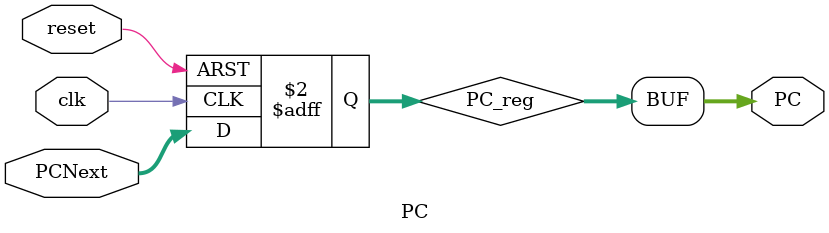
<source format=v>
`timescale 1ns / 1ps

module PC(
    input [31:0] PCNext,
    input clk,
    input reset,
    output [31:0] PC
    );
    
reg[31:0] PC_reg;
    
always @(posedge clk or posedge reset)
begin
    if(reset) 
    PC_reg <= 0;
    else
    PC_reg <= PCNext;
end
    
assign PC = PC_reg;    
       
endmodule

</source>
